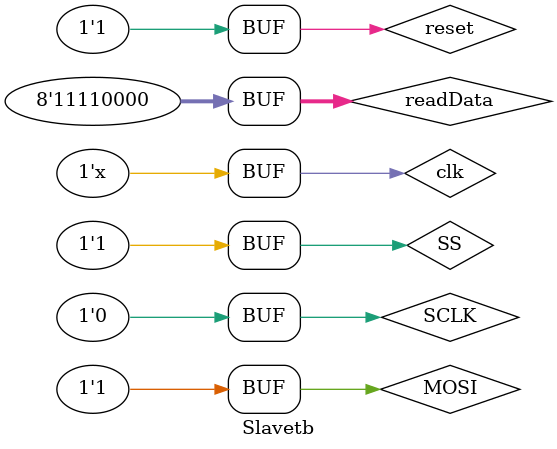
<source format=v>
`timescale 1ns / 1ps


module Slavetb;

reg MOSI,SS,clk,SCLK,reset; 
reg [7:0]readData;
wire MISO;
wire command_OP;
wire [7:0]WAddress;
wire [7:0]WData;

Slave S1(      MOSI,
               SS,
               clk,
               SCLK,
               reset,
               readData,
               MISO,
               command_OP,
               WAddress,
               WData);
               
always #10 clk=~clk;

initial
begin
    clk=0;
    SCLK=0;
    reset =0;
    SS=1;
    readData=0;
    MOSI=1;
    #110;
//    //Starting Simulation
    #10;
    SS=0;
    reset=1;
    
//    // sending command write 0x02 (0000 0010)
    MOSI= 0;
    #20;
    MOSI=1;
    #20;
    MOSI=0;
    #120;
    // Sending Address 0xF0
    MOSI=1;
    #80;
    MOSI=0;
    #80;
    // sending data of 0x12 (0001 0010)
    MOSI=0;
    #20;
    MOSI=1;
    #20;
    MOSI=0;
    #40;
    MOSI=1;
    #20;
    MOSI=0;
    #60;
    //Sending another 8 bits 0x03
    MOSI=1;
    #40;
    MOSI=0;
    #120;
    //Sending another 8 bits 0x01
    MOSI=1;
    #20;
    MOSI=0;
    #140;
    #20;
    SS=1; // ending the transaction
    
    // sending read command 0x03 (0000 0011) from address 0xF0 (1111 0000)
    
    #200;
    SS=0;
    MOSI=1;
    #40;
    MOSI=0;
    #120;
    //Sending Address
    MOSI=0;
    #20;
    MOSI=0;
    #20;
    MOSI=0;
    #20;
    MOSI=0;
    #20;
    MOSI=1;
    #20;
    MOSI=1;
    #20;
    MOSI=1;
    #20;
    MOSI=1;
    #20;

    readData=8'b10101010;
    #160;
    readData=8'hab;
    #160;
    readData=8'b11110000;
    #160;
    SS=1;
    
    
end

always@(*)
begin
    if(SS==0)
        SCLK<=clk;
    else
        SCLK<=0;
end

endmodule

</source>
